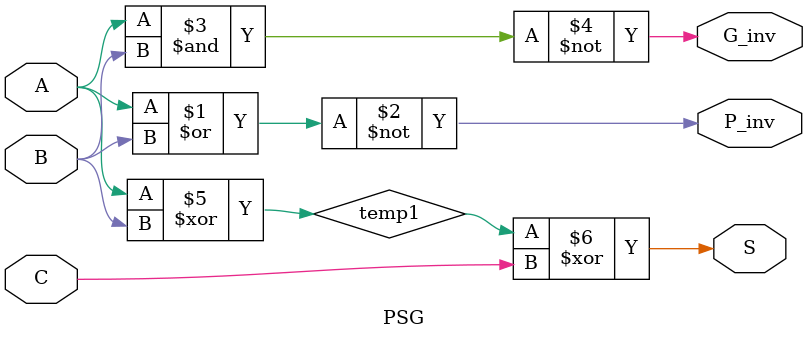
<source format=v>
module PSG(A, B, C, P_inv, G_inv, S);
    input A, B, C;
    output P_inv, G_inv, S;
    wire temp1;   

    nor n1(P_inv, A, B);
    nand n2(G_inv, A, B);
    xor x1(temp1, A, B);
    xor x2(S, temp1, C);

endmodule


</source>
